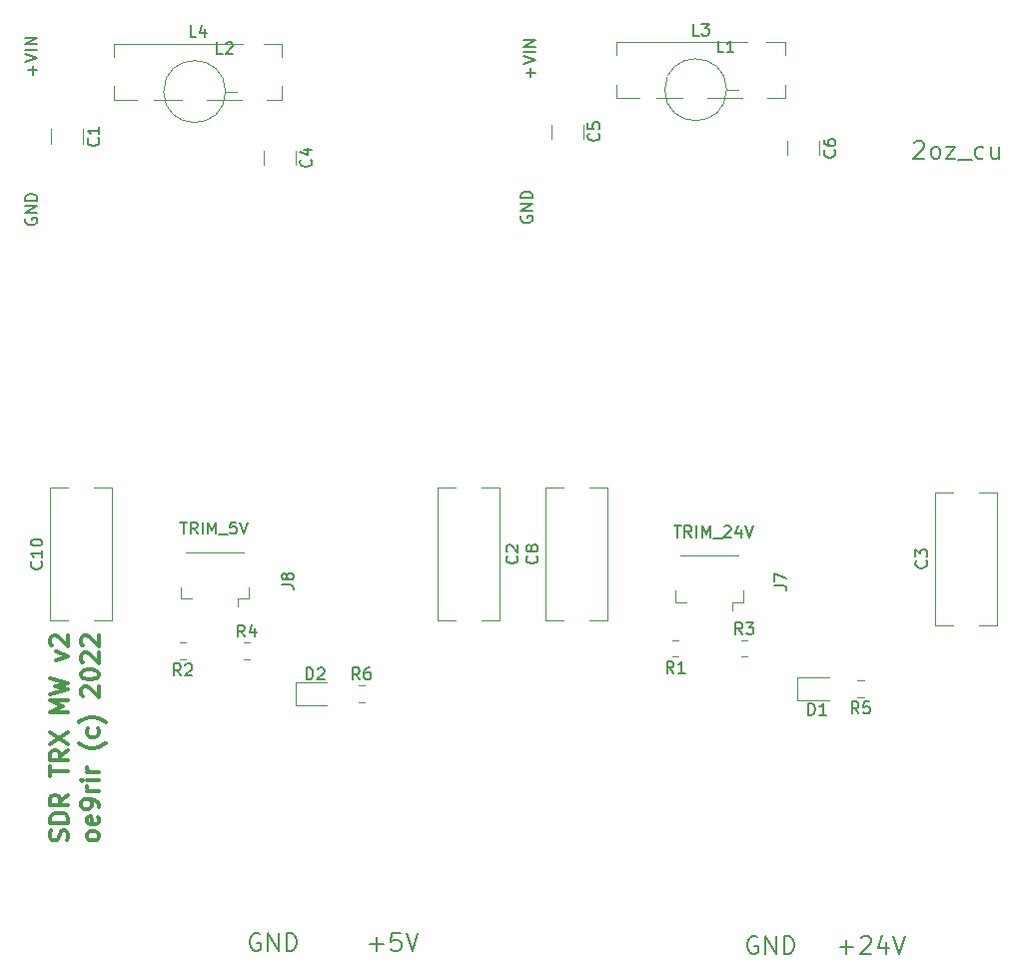
<source format=gto>
G04 #@! TF.GenerationSoftware,KiCad,Pcbnew,5.1.6+dfsg1-1~bpo9+1*
G04 #@! TF.CreationDate,2022-05-29T17:42:38+02:00*
G04 #@! TF.ProjectId,sdrtrx-meanwell,73647274-7278-42d6-9d65-616e77656c6c,1*
G04 #@! TF.SameCoordinates,Original*
G04 #@! TF.FileFunction,Legend,Top*
G04 #@! TF.FilePolarity,Positive*
%FSLAX46Y46*%
G04 Gerber Fmt 4.6, Leading zero omitted, Abs format (unit mm)*
G04 Created by KiCad (PCBNEW 5.1.6+dfsg1-1~bpo9+1) date 2022-05-29 17:42:38*
%MOMM*%
%LPD*%
G01*
G04 APERTURE LIST*
%ADD10C,0.150000*%
%ADD11C,0.300000*%
%ADD12C,0.120000*%
%ADD13C,2.100000*%
%ADD14O,2.100000X2.100000*%
%ADD15O,2.500000X2.500000*%
%ADD16C,2.500000*%
%ADD17C,5.180000*%
%ADD18O,2.600000X6.100001*%
%ADD19R,2.600000X6.100000*%
%ADD20O,2.600000X6.100000*%
%ADD21C,6.500000*%
G04 APERTURE END LIST*
D10*
X43271428Y75028571D02*
X43271428Y75790476D01*
X43652380Y75409523D02*
X42890476Y75409523D01*
X42652380Y76123809D02*
X43652380Y76457142D01*
X42652380Y76790476D01*
X43652380Y77123809D02*
X42652380Y77123809D01*
X43652380Y77600000D02*
X42652380Y77600000D01*
X43652380Y78171428D01*
X42652380Y78171428D01*
X42500000Y63238095D02*
X42452380Y63142857D01*
X42452380Y63000000D01*
X42500000Y62857142D01*
X42595238Y62761904D01*
X42690476Y62714285D01*
X42880952Y62666666D01*
X43023809Y62666666D01*
X43214285Y62714285D01*
X43309523Y62761904D01*
X43404761Y62857142D01*
X43452380Y63000000D01*
X43452380Y63095238D01*
X43404761Y63238095D01*
X43357142Y63285714D01*
X43023809Y63285714D01*
X43023809Y63095238D01*
X43452380Y63714285D02*
X42452380Y63714285D01*
X43452380Y64285714D01*
X42452380Y64285714D01*
X43452380Y64761904D02*
X42452380Y64761904D01*
X42452380Y65000000D01*
X42500000Y65142857D01*
X42595238Y65238095D01*
X42690476Y65285714D01*
X42880952Y65333333D01*
X43023809Y65333333D01*
X43214285Y65285714D01*
X43309523Y65238095D01*
X43404761Y65142857D01*
X43452380Y65000000D01*
X43452380Y64761904D01*
X499999Y63038095D02*
X452380Y62942857D01*
X452380Y62800000D01*
X499999Y62657142D01*
X595238Y62561904D01*
X690476Y62514285D01*
X880952Y62466666D01*
X1023809Y62466666D01*
X1214285Y62514285D01*
X1309523Y62561904D01*
X1404761Y62657142D01*
X1452380Y62800000D01*
X1452380Y62895238D01*
X1404761Y63038095D01*
X1357142Y63085714D01*
X1023809Y63085714D01*
X1023809Y62895238D01*
X1452380Y63514285D02*
X452380Y63514285D01*
X1452380Y64085714D01*
X452380Y64085714D01*
X1452380Y64561904D02*
X452380Y64561904D01*
X452380Y64800000D01*
X500000Y64942857D01*
X595238Y65038095D01*
X690476Y65085714D01*
X880952Y65133333D01*
X1023809Y65133333D01*
X1214285Y65085714D01*
X1309523Y65038095D01*
X1404761Y64942857D01*
X1452380Y64800000D01*
X1452380Y64561904D01*
X1071428Y75228571D02*
X1071428Y75990476D01*
X1452380Y75609523D02*
X690476Y75609523D01*
X452380Y76323809D02*
X1452380Y76657142D01*
X452380Y76990476D01*
X1452380Y77323809D02*
X452380Y77323809D01*
X1452380Y77800000D02*
X452380Y77800000D01*
X1452380Y78371428D01*
X452380Y78371428D01*
X75792857Y69478571D02*
X75864285Y69550000D01*
X76007142Y69621428D01*
X76364285Y69621428D01*
X76507142Y69550000D01*
X76578571Y69478571D01*
X76650000Y69335714D01*
X76650000Y69192857D01*
X76578571Y68978571D01*
X75721428Y68121428D01*
X76650000Y68121428D01*
X77507142Y68121428D02*
X77364285Y68192857D01*
X77292857Y68264285D01*
X77221428Y68407142D01*
X77221428Y68835714D01*
X77292857Y68978571D01*
X77364285Y69050000D01*
X77507142Y69121428D01*
X77721428Y69121428D01*
X77864285Y69050000D01*
X77935714Y68978571D01*
X78007142Y68835714D01*
X78007142Y68407142D01*
X77935714Y68264285D01*
X77864285Y68192857D01*
X77721428Y68121428D01*
X77507142Y68121428D01*
X78507142Y69121428D02*
X79292857Y69121428D01*
X78507142Y68121428D01*
X79292857Y68121428D01*
X79507142Y67978571D02*
X80650000Y67978571D01*
X81650000Y68192857D02*
X81507142Y68121428D01*
X81221428Y68121428D01*
X81078571Y68192857D01*
X81007142Y68264285D01*
X80935714Y68407142D01*
X80935714Y68835714D01*
X81007142Y68978571D01*
X81078571Y69050000D01*
X81221428Y69121428D01*
X81507142Y69121428D01*
X81650000Y69050000D01*
X82935714Y69121428D02*
X82935714Y68121428D01*
X82292857Y69121428D02*
X82292857Y68335714D01*
X82364285Y68192857D01*
X82507142Y68121428D01*
X82721428Y68121428D01*
X82864285Y68192857D01*
X82935714Y68264285D01*
X55443857Y36996619D02*
X56015285Y36996619D01*
X55729571Y35996619D02*
X55729571Y36996619D01*
X56920047Y35996619D02*
X56586714Y36472809D01*
X56348619Y35996619D02*
X56348619Y36996619D01*
X56729571Y36996619D01*
X56824809Y36949000D01*
X56872428Y36901380D01*
X56920047Y36806142D01*
X56920047Y36663285D01*
X56872428Y36568047D01*
X56824809Y36520428D01*
X56729571Y36472809D01*
X56348619Y36472809D01*
X57348619Y35996619D02*
X57348619Y36996619D01*
X57824809Y35996619D02*
X57824809Y36996619D01*
X58158142Y36282333D01*
X58491476Y36996619D01*
X58491476Y35996619D01*
X58729571Y35901380D02*
X59491476Y35901380D01*
X59681952Y36901380D02*
X59729571Y36949000D01*
X59824809Y36996619D01*
X60062904Y36996619D01*
X60158142Y36949000D01*
X60205761Y36901380D01*
X60253380Y36806142D01*
X60253380Y36710904D01*
X60205761Y36568047D01*
X59634333Y35996619D01*
X60253380Y35996619D01*
X61110523Y36663285D02*
X61110523Y35996619D01*
X60872428Y37044238D02*
X60634333Y36329952D01*
X61253380Y36329952D01*
X61491476Y36996619D02*
X61824809Y35996619D01*
X62158142Y36996619D01*
X13565547Y37314119D02*
X14136976Y37314119D01*
X13851261Y36314119D02*
X13851261Y37314119D01*
X15041738Y36314119D02*
X14708404Y36790309D01*
X14470309Y36314119D02*
X14470309Y37314119D01*
X14851261Y37314119D01*
X14946500Y37266500D01*
X14994119Y37218880D01*
X15041738Y37123642D01*
X15041738Y36980785D01*
X14994119Y36885547D01*
X14946500Y36837928D01*
X14851261Y36790309D01*
X14470309Y36790309D01*
X15470309Y36314119D02*
X15470309Y37314119D01*
X15946500Y36314119D02*
X15946500Y37314119D01*
X16279833Y36599833D01*
X16613166Y37314119D01*
X16613166Y36314119D01*
X16851261Y36218880D02*
X17613166Y36218880D01*
X18327452Y37314119D02*
X17851261Y37314119D01*
X17803642Y36837928D01*
X17851261Y36885547D01*
X17946500Y36933166D01*
X18184595Y36933166D01*
X18279833Y36885547D01*
X18327452Y36837928D01*
X18375071Y36742690D01*
X18375071Y36504595D01*
X18327452Y36409357D01*
X18279833Y36361738D01*
X18184595Y36314119D01*
X17946500Y36314119D01*
X17851261Y36361738D01*
X17803642Y36409357D01*
X18660785Y37314119D02*
X18994119Y36314119D01*
X19327452Y37314119D01*
X69493142Y1289857D02*
X70636000Y1289857D01*
X70064571Y718428D02*
X70064571Y1861285D01*
X71278857Y2075571D02*
X71350285Y2147000D01*
X71493142Y2218428D01*
X71850285Y2218428D01*
X71993142Y2147000D01*
X72064571Y2075571D01*
X72136000Y1932714D01*
X72136000Y1789857D01*
X72064571Y1575571D01*
X71207428Y718428D01*
X72136000Y718428D01*
X73421714Y1718428D02*
X73421714Y718428D01*
X73064571Y2289857D02*
X72707428Y1218428D01*
X73636000Y1218428D01*
X73993142Y2218428D02*
X74493142Y718428D01*
X74993142Y2218428D01*
X62484142Y2147000D02*
X62341285Y2218428D01*
X62127000Y2218428D01*
X61912714Y2147000D01*
X61769857Y2004142D01*
X61698428Y1861285D01*
X61627000Y1575571D01*
X61627000Y1361285D01*
X61698428Y1075571D01*
X61769857Y932714D01*
X61912714Y789857D01*
X62127000Y718428D01*
X62269857Y718428D01*
X62484142Y789857D01*
X62555571Y861285D01*
X62555571Y1361285D01*
X62269857Y1361285D01*
X63198428Y718428D02*
X63198428Y2218428D01*
X64055571Y718428D01*
X64055571Y2218428D01*
X64769857Y718428D02*
X64769857Y2218428D01*
X65127000Y2218428D01*
X65341285Y2147000D01*
X65484142Y2004142D01*
X65555571Y1861285D01*
X65627000Y1575571D01*
X65627000Y1361285D01*
X65555571Y1075571D01*
X65484142Y932714D01*
X65341285Y789857D01*
X65127000Y718428D01*
X64769857Y718428D01*
X20320142Y2401000D02*
X20177285Y2472428D01*
X19963000Y2472428D01*
X19748714Y2401000D01*
X19605857Y2258142D01*
X19534428Y2115285D01*
X19463000Y1829571D01*
X19463000Y1615285D01*
X19534428Y1329571D01*
X19605857Y1186714D01*
X19748714Y1043857D01*
X19963000Y972428D01*
X20105857Y972428D01*
X20320142Y1043857D01*
X20391571Y1115285D01*
X20391571Y1615285D01*
X20105857Y1615285D01*
X21034428Y972428D02*
X21034428Y2472428D01*
X21891571Y972428D01*
X21891571Y2472428D01*
X22605857Y972428D02*
X22605857Y2472428D01*
X22963000Y2472428D01*
X23177285Y2401000D01*
X23320142Y2258142D01*
X23391571Y2115285D01*
X23463000Y1829571D01*
X23463000Y1615285D01*
X23391571Y1329571D01*
X23320142Y1186714D01*
X23177285Y1043857D01*
X22963000Y972428D01*
X22605857Y972428D01*
X29671428Y1543857D02*
X30814285Y1543857D01*
X30242857Y972428D02*
X30242857Y2115285D01*
X32242857Y2472428D02*
X31528571Y2472428D01*
X31457142Y1758142D01*
X31528571Y1829571D01*
X31671428Y1901000D01*
X32028571Y1901000D01*
X32171428Y1829571D01*
X32242857Y1758142D01*
X32314285Y1615285D01*
X32314285Y1258142D01*
X32242857Y1115285D01*
X32171428Y1043857D01*
X32028571Y972428D01*
X31671428Y972428D01*
X31528571Y1043857D01*
X31457142Y1115285D01*
X32742857Y2472428D02*
X33242857Y972428D01*
X33742857Y2472428D01*
D11*
X4007142Y10321428D02*
X4078571Y10535714D01*
X4078571Y10892857D01*
X4007142Y11035714D01*
X3935714Y11107142D01*
X3792857Y11178571D01*
X3649999Y11178571D01*
X3507142Y11107142D01*
X3435714Y11035714D01*
X3364285Y10892857D01*
X3292857Y10607142D01*
X3221428Y10464285D01*
X3149999Y10392857D01*
X3007142Y10321428D01*
X2864285Y10321428D01*
X2721428Y10392857D01*
X2649999Y10464285D01*
X2578571Y10607142D01*
X2578571Y10964285D01*
X2649999Y11178571D01*
X4078571Y11821428D02*
X2578571Y11821428D01*
X2578571Y12178571D01*
X2649999Y12392857D01*
X2792857Y12535714D01*
X2935714Y12607142D01*
X3221428Y12678571D01*
X3435714Y12678571D01*
X3721428Y12607142D01*
X3864285Y12535714D01*
X4007142Y12392857D01*
X4078571Y12178571D01*
X4078571Y11821428D01*
X4078571Y14178571D02*
X3364285Y13678571D01*
X4078571Y13321428D02*
X2578571Y13321428D01*
X2578571Y13892857D01*
X2649999Y14035714D01*
X2721428Y14107142D01*
X2864285Y14178571D01*
X3078571Y14178571D01*
X3221428Y14107142D01*
X3292857Y14035714D01*
X3364285Y13892857D01*
X3364285Y13321428D01*
X2578571Y15750000D02*
X2578571Y16607142D01*
X4078571Y16178571D02*
X2578571Y16178571D01*
X4078571Y17964285D02*
X3364285Y17464285D01*
X4078571Y17107142D02*
X2578571Y17107142D01*
X2578571Y17678571D01*
X2650000Y17821428D01*
X2721428Y17892857D01*
X2864285Y17964285D01*
X3078571Y17964285D01*
X3221428Y17892857D01*
X3292857Y17821428D01*
X3364285Y17678571D01*
X3364285Y17107142D01*
X2578571Y18464285D02*
X4078571Y19464285D01*
X2578571Y19464285D02*
X4078571Y18464285D01*
X4078571Y21178571D02*
X2578571Y21178571D01*
X3650000Y21678571D01*
X2578571Y22178571D01*
X4078571Y22178571D01*
X2578571Y22750000D02*
X4078571Y23107142D01*
X3007142Y23392857D01*
X4078571Y23678571D01*
X2578571Y24035714D01*
X3078571Y25607142D02*
X4078571Y25964285D01*
X3078571Y26321428D01*
X2721428Y26821428D02*
X2650000Y26892857D01*
X2578571Y27035714D01*
X2578571Y27392857D01*
X2650000Y27535714D01*
X2721428Y27607142D01*
X2864285Y27678571D01*
X3007142Y27678571D01*
X3221428Y27607142D01*
X4078571Y26749999D01*
X4078571Y27678571D01*
X6678571Y10607142D02*
X6607142Y10464285D01*
X6535714Y10392857D01*
X6392857Y10321428D01*
X5964285Y10321428D01*
X5821428Y10392857D01*
X5749999Y10464285D01*
X5678571Y10607142D01*
X5678571Y10821428D01*
X5749999Y10964285D01*
X5821428Y11035714D01*
X5964285Y11107142D01*
X6392857Y11107142D01*
X6535714Y11035714D01*
X6607142Y10964285D01*
X6678571Y10821428D01*
X6678571Y10607142D01*
X6607142Y12321428D02*
X6678571Y12178571D01*
X6678571Y11892857D01*
X6607142Y11750000D01*
X6464285Y11678571D01*
X5892857Y11678571D01*
X5750000Y11750000D01*
X5678571Y11892857D01*
X5678571Y12178571D01*
X5750000Y12321428D01*
X5892857Y12392857D01*
X6035714Y12392857D01*
X6178571Y11678571D01*
X6678571Y13107142D02*
X6678571Y13392857D01*
X6607142Y13535714D01*
X6535714Y13607142D01*
X6321428Y13750000D01*
X6035714Y13821428D01*
X5464285Y13821428D01*
X5321428Y13750000D01*
X5250000Y13678571D01*
X5178571Y13535714D01*
X5178571Y13250000D01*
X5250000Y13107142D01*
X5321428Y13035714D01*
X5464285Y12964285D01*
X5821428Y12964285D01*
X5964285Y13035714D01*
X6035714Y13107142D01*
X6107142Y13250000D01*
X6107142Y13535714D01*
X6035714Y13678571D01*
X5964285Y13750000D01*
X5821428Y13821428D01*
X6678571Y14464285D02*
X5678571Y14464285D01*
X5964285Y14464285D02*
X5821428Y14535714D01*
X5750000Y14607142D01*
X5678571Y14750000D01*
X5678571Y14892857D01*
X6678571Y15392857D02*
X5678571Y15392857D01*
X5178571Y15392857D02*
X5250000Y15321428D01*
X5321428Y15392857D01*
X5250000Y15464285D01*
X5178571Y15392857D01*
X5321428Y15392857D01*
X6678571Y16107142D02*
X5678571Y16107142D01*
X5964285Y16107142D02*
X5821428Y16178571D01*
X5750000Y16250000D01*
X5678571Y16392857D01*
X5678571Y16535714D01*
X7250000Y18607142D02*
X7178571Y18535714D01*
X6964285Y18392857D01*
X6821428Y18321428D01*
X6607142Y18250000D01*
X6250000Y18178571D01*
X5964285Y18178571D01*
X5607142Y18250000D01*
X5392857Y18321428D01*
X5250000Y18392857D01*
X5035714Y18535714D01*
X4964285Y18607142D01*
X6607142Y19821428D02*
X6678571Y19678571D01*
X6678571Y19392857D01*
X6607142Y19250000D01*
X6535714Y19178571D01*
X6392857Y19107142D01*
X5964285Y19107142D01*
X5821428Y19178571D01*
X5750000Y19250000D01*
X5678571Y19392857D01*
X5678571Y19678571D01*
X5750000Y19821428D01*
X7250000Y20321428D02*
X7178571Y20392857D01*
X6964285Y20535714D01*
X6821428Y20607142D01*
X6607142Y20678571D01*
X6250000Y20750000D01*
X5964285Y20750000D01*
X5607142Y20678571D01*
X5392857Y20607142D01*
X5250000Y20535714D01*
X5035714Y20392857D01*
X4964285Y20321428D01*
X5321428Y22535714D02*
X5250000Y22607142D01*
X5178571Y22750000D01*
X5178571Y23107142D01*
X5250000Y23250000D01*
X5321428Y23321428D01*
X5464285Y23392857D01*
X5607142Y23392857D01*
X5821428Y23321428D01*
X6678571Y22464285D01*
X6678571Y23392857D01*
X5178571Y24321428D02*
X5178571Y24464285D01*
X5250000Y24607142D01*
X5321428Y24678571D01*
X5464285Y24750000D01*
X5750000Y24821428D01*
X6107142Y24821428D01*
X6392857Y24750000D01*
X6535714Y24678571D01*
X6607142Y24607142D01*
X6678571Y24464285D01*
X6678571Y24321428D01*
X6607142Y24178571D01*
X6535714Y24107142D01*
X6392857Y24035714D01*
X6107142Y23964285D01*
X5750000Y23964285D01*
X5464285Y24035714D01*
X5321428Y24107142D01*
X5250000Y24178571D01*
X5178571Y24321428D01*
X5321428Y25392857D02*
X5250000Y25464285D01*
X5178571Y25607142D01*
X5178571Y25964285D01*
X5250000Y26107142D01*
X5321428Y26178571D01*
X5464285Y26250000D01*
X5607142Y26250000D01*
X5821428Y26178571D01*
X6678571Y25321428D01*
X6678571Y26250000D01*
X5321428Y26821428D02*
X5250000Y26892857D01*
X5178571Y27035714D01*
X5178571Y27392857D01*
X5250000Y27535714D01*
X5321428Y27607142D01*
X5464285Y27678571D01*
X5607142Y27678571D01*
X5821428Y27607142D01*
X6678571Y26750000D01*
X6678571Y27678571D01*
D12*
X2580000Y28980000D02*
X2580000Y40220000D01*
X7820000Y28980000D02*
X7820000Y40220000D01*
X2580000Y28980000D02*
X4099000Y28980000D01*
X6301000Y28980000D02*
X7820000Y28980000D01*
X2580000Y40220000D02*
X4099000Y40220000D01*
X6301000Y40220000D02*
X7820000Y40220000D01*
X44580000Y28980000D02*
X44580000Y40220000D01*
X49820000Y28980000D02*
X49820000Y40220000D01*
X44580000Y28980000D02*
X46099000Y28980000D01*
X48301000Y28980000D02*
X49820000Y28980000D01*
X44580000Y40220000D02*
X46099000Y40220000D01*
X48301000Y40220000D02*
X49820000Y40220000D01*
X77580000Y28580000D02*
X77580000Y39820000D01*
X82820000Y28580000D02*
X82820000Y39820000D01*
X77580000Y28580000D02*
X79099000Y28580000D01*
X81301000Y28580000D02*
X82820000Y28580000D01*
X77580000Y39820000D02*
X79099000Y39820000D01*
X81301000Y39820000D02*
X82820000Y39820000D01*
X40620000Y40220000D02*
X40620000Y28980000D01*
X35380000Y40220000D02*
X35380000Y28980000D01*
X40620000Y40220000D02*
X39101000Y40220000D01*
X36899000Y40220000D02*
X35380000Y40220000D01*
X40620000Y28980000D02*
X39101000Y28980000D01*
X36899000Y28980000D02*
X35380000Y28980000D01*
X18963748Y27110000D02*
X19486252Y27110000D01*
X18963748Y25690000D02*
X19486252Y25690000D01*
X61138748Y27310000D02*
X61661252Y27310000D01*
X61138748Y25890000D02*
X61661252Y25890000D01*
X14061252Y25690000D02*
X13538748Y25690000D01*
X14061252Y27110000D02*
X13538748Y27110000D01*
X55836252Y25890000D02*
X55313748Y25890000D01*
X55836252Y27310000D02*
X55313748Y27310000D01*
X7975000Y76741000D02*
X7975000Y77871000D01*
X7975000Y77871000D02*
X22215000Y77871000D01*
X22215000Y77871000D02*
X22215000Y76741000D01*
X7975000Y74261000D02*
X7975000Y73131000D01*
X7975000Y73131000D02*
X22215000Y73131000D01*
X22215000Y73131000D02*
X22215000Y74261000D01*
X50586300Y76871001D02*
X50586300Y78001001D01*
X50586300Y78001001D02*
X64826300Y78001001D01*
X64826300Y78001001D02*
X64826300Y76871001D01*
X50586300Y74391001D02*
X50586300Y73261001D01*
X50586300Y73261001D02*
X64826300Y73261001D01*
X64826300Y73261001D02*
X64826300Y74391001D01*
X17420000Y73800000D02*
G75*
G03*
X17420000Y73800000I-2620000J0D01*
G01*
X17420000Y73800000D02*
X18380000Y73800000D01*
X59888000Y73955600D02*
G75*
G03*
X59888000Y73955600I-2620000J0D01*
G01*
X59888000Y73955600D02*
X60848000Y73955600D01*
X67760000Y69602064D02*
X67760000Y68397936D01*
X65040000Y69602064D02*
X65040000Y68397936D01*
X23360000Y68802064D02*
X23360000Y67597936D01*
X20640000Y68802064D02*
X20640000Y67597936D01*
X45040000Y71002064D02*
X45040000Y69797936D01*
X47760000Y71002064D02*
X47760000Y69797936D01*
X2640000Y70602064D02*
X2640000Y69397936D01*
X5360000Y70602064D02*
X5360000Y69397936D01*
X61280000Y31490000D02*
X61280000Y30540000D01*
X61280000Y30540000D02*
X60330000Y30540000D01*
X60330000Y30540000D02*
X60330000Y29850000D01*
X55560000Y31490000D02*
X55560000Y30540000D01*
X55560000Y30540000D02*
X56510000Y30540000D01*
X60910000Y34460000D02*
X55930000Y34460000D01*
X29214578Y22054000D02*
X28697422Y22054000D01*
X29214578Y23474000D02*
X28697422Y23474000D01*
X71505578Y22473000D02*
X70988422Y22473000D01*
X71505578Y23893000D02*
X70988422Y23893000D01*
X26019000Y23724000D02*
X23334000Y23724000D01*
X23334000Y23724000D02*
X23334000Y21804000D01*
X23334000Y21804000D02*
X26019000Y21804000D01*
X68564000Y24143000D02*
X65879000Y24143000D01*
X65879000Y24143000D02*
X65879000Y22223000D01*
X65879000Y22223000D02*
X68564000Y22223000D01*
X19370000Y31807500D02*
X19370000Y30857500D01*
X19370000Y30857500D02*
X18420000Y30857500D01*
X18420000Y30857500D02*
X18420000Y30167500D01*
X13650000Y31807500D02*
X13650000Y30857500D01*
X13650000Y30857500D02*
X14600000Y30857500D01*
X19000000Y34777500D02*
X14020000Y34777500D01*
D10*
X1807142Y33957142D02*
X1854761Y33909523D01*
X1902380Y33766666D01*
X1902380Y33671428D01*
X1854761Y33528571D01*
X1759523Y33433333D01*
X1664285Y33385714D01*
X1473809Y33338095D01*
X1330952Y33338095D01*
X1140476Y33385714D01*
X1045238Y33433333D01*
X950000Y33528571D01*
X902380Y33671428D01*
X902380Y33766666D01*
X950000Y33909523D01*
X997619Y33957142D01*
X1902380Y34909523D02*
X1902380Y34338095D01*
X1902380Y34623809D02*
X902380Y34623809D01*
X1045238Y34528571D01*
X1140476Y34433333D01*
X1188095Y34338095D01*
X902380Y35528571D02*
X902380Y35623809D01*
X950000Y35719047D01*
X997619Y35766666D01*
X1092857Y35814285D01*
X1283333Y35861904D01*
X1521428Y35861904D01*
X1711904Y35814285D01*
X1807142Y35766666D01*
X1854761Y35719047D01*
X1902380Y35623809D01*
X1902380Y35528571D01*
X1854761Y35433333D01*
X1807142Y35385714D01*
X1711904Y35338095D01*
X1521428Y35290476D01*
X1283333Y35290476D01*
X1092857Y35338095D01*
X997619Y35385714D01*
X950000Y35433333D01*
X902380Y35528571D01*
X43807142Y34433333D02*
X43854761Y34385714D01*
X43902380Y34242857D01*
X43902380Y34147619D01*
X43854761Y34004761D01*
X43759523Y33909523D01*
X43664285Y33861904D01*
X43473809Y33814285D01*
X43330952Y33814285D01*
X43140476Y33861904D01*
X43045238Y33909523D01*
X42950000Y34004761D01*
X42902380Y34147619D01*
X42902380Y34242857D01*
X42950000Y34385714D01*
X42997619Y34433333D01*
X43330952Y35004761D02*
X43283333Y34909523D01*
X43235714Y34861904D01*
X43140476Y34814285D01*
X43092857Y34814285D01*
X42997619Y34861904D01*
X42950000Y34909523D01*
X42902380Y35004761D01*
X42902380Y35195238D01*
X42950000Y35290476D01*
X42997619Y35338095D01*
X43092857Y35385714D01*
X43140476Y35385714D01*
X43235714Y35338095D01*
X43283333Y35290476D01*
X43330952Y35195238D01*
X43330952Y35004761D01*
X43378571Y34909523D01*
X43426190Y34861904D01*
X43521428Y34814285D01*
X43711904Y34814285D01*
X43807142Y34861904D01*
X43854761Y34909523D01*
X43902380Y35004761D01*
X43902380Y35195238D01*
X43854761Y35290476D01*
X43807142Y35338095D01*
X43711904Y35385714D01*
X43521428Y35385714D01*
X43426190Y35338095D01*
X43378571Y35290476D01*
X43330952Y35195238D01*
X76807142Y34033333D02*
X76854761Y33985714D01*
X76902380Y33842857D01*
X76902380Y33747619D01*
X76854761Y33604761D01*
X76759523Y33509523D01*
X76664285Y33461904D01*
X76473809Y33414285D01*
X76330952Y33414285D01*
X76140476Y33461904D01*
X76045238Y33509523D01*
X75950000Y33604761D01*
X75902380Y33747619D01*
X75902380Y33842857D01*
X75950000Y33985714D01*
X75997619Y34033333D01*
X75902380Y34366666D02*
X75902380Y34985714D01*
X76283333Y34652380D01*
X76283333Y34795238D01*
X76330952Y34890476D01*
X76378571Y34938095D01*
X76473809Y34985714D01*
X76711904Y34985714D01*
X76807142Y34938095D01*
X76854761Y34890476D01*
X76902380Y34795238D01*
X76902380Y34509523D01*
X76854761Y34414285D01*
X76807142Y34366666D01*
X42107142Y34433333D02*
X42154761Y34385714D01*
X42202380Y34242857D01*
X42202380Y34147619D01*
X42154761Y34004761D01*
X42059523Y33909523D01*
X41964285Y33861904D01*
X41773809Y33814285D01*
X41630952Y33814285D01*
X41440476Y33861904D01*
X41345238Y33909523D01*
X41250000Y34004761D01*
X41202380Y34147619D01*
X41202380Y34242857D01*
X41250000Y34385714D01*
X41297619Y34433333D01*
X41297619Y34814285D02*
X41250000Y34861904D01*
X41202380Y34957142D01*
X41202380Y35195238D01*
X41250000Y35290476D01*
X41297619Y35338095D01*
X41392857Y35385714D01*
X41488095Y35385714D01*
X41630952Y35338095D01*
X42202380Y34766666D01*
X42202380Y35385714D01*
X19058333Y27597619D02*
X18725000Y28073809D01*
X18486904Y27597619D02*
X18486904Y28597619D01*
X18867857Y28597619D01*
X18963095Y28550000D01*
X19010714Y28502380D01*
X19058333Y28407142D01*
X19058333Y28264285D01*
X19010714Y28169047D01*
X18963095Y28121428D01*
X18867857Y28073809D01*
X18486904Y28073809D01*
X19915476Y28264285D02*
X19915476Y27597619D01*
X19677380Y28645238D02*
X19439285Y27930952D01*
X20058333Y27930952D01*
X61233333Y27797619D02*
X60900000Y28273809D01*
X60661904Y27797619D02*
X60661904Y28797619D01*
X61042857Y28797619D01*
X61138095Y28750000D01*
X61185714Y28702380D01*
X61233333Y28607142D01*
X61233333Y28464285D01*
X61185714Y28369047D01*
X61138095Y28321428D01*
X61042857Y28273809D01*
X60661904Y28273809D01*
X61566666Y28797619D02*
X62185714Y28797619D01*
X61852380Y28416666D01*
X61995238Y28416666D01*
X62090476Y28369047D01*
X62138095Y28321428D01*
X62185714Y28226190D01*
X62185714Y27988095D01*
X62138095Y27892857D01*
X62090476Y27845238D01*
X61995238Y27797619D01*
X61709523Y27797619D01*
X61614285Y27845238D01*
X61566666Y27892857D01*
X13633333Y24297619D02*
X13300000Y24773809D01*
X13061904Y24297619D02*
X13061904Y25297619D01*
X13442857Y25297619D01*
X13538095Y25250000D01*
X13585714Y25202380D01*
X13633333Y25107142D01*
X13633333Y24964285D01*
X13585714Y24869047D01*
X13538095Y24821428D01*
X13442857Y24773809D01*
X13061904Y24773809D01*
X14014285Y25202380D02*
X14061904Y25250000D01*
X14157142Y25297619D01*
X14395238Y25297619D01*
X14490476Y25250000D01*
X14538095Y25202380D01*
X14585714Y25107142D01*
X14585714Y25011904D01*
X14538095Y24869047D01*
X13966666Y24297619D01*
X14585714Y24297619D01*
X55408333Y24497619D02*
X55075000Y24973809D01*
X54836904Y24497619D02*
X54836904Y25497619D01*
X55217857Y25497619D01*
X55313095Y25450000D01*
X55360714Y25402380D01*
X55408333Y25307142D01*
X55408333Y25164285D01*
X55360714Y25069047D01*
X55313095Y25021428D01*
X55217857Y24973809D01*
X54836904Y24973809D01*
X56360714Y24497619D02*
X55789285Y24497619D01*
X56075000Y24497619D02*
X56075000Y25497619D01*
X55979761Y25354761D01*
X55884523Y25259523D01*
X55789285Y25211904D01*
X14928333Y78418619D02*
X14452142Y78418619D01*
X14452142Y79418619D01*
X15690238Y79085285D02*
X15690238Y78418619D01*
X15452142Y79466238D02*
X15214047Y78751952D01*
X15833095Y78751952D01*
X57539633Y78548620D02*
X57063442Y78548620D01*
X57063442Y79548620D01*
X57777728Y79548620D02*
X58396776Y79548620D01*
X58063442Y79167667D01*
X58206300Y79167667D01*
X58301538Y79120048D01*
X58349157Y79072429D01*
X58396776Y78977191D01*
X58396776Y78739096D01*
X58349157Y78643858D01*
X58301538Y78596239D01*
X58206300Y78548620D01*
X57920585Y78548620D01*
X57825347Y78596239D01*
X57777728Y78643858D01*
X17173333Y76967619D02*
X16697142Y76967619D01*
X16697142Y77967619D01*
X17459047Y77872380D02*
X17506666Y77920000D01*
X17601904Y77967619D01*
X17840000Y77967619D01*
X17935238Y77920000D01*
X17982857Y77872380D01*
X18030476Y77777142D01*
X18030476Y77681904D01*
X17982857Y77539047D01*
X17411428Y76967619D01*
X18030476Y76967619D01*
X59641333Y77123219D02*
X59165142Y77123219D01*
X59165142Y78123219D01*
X60498476Y77123219D02*
X59927047Y77123219D01*
X60212761Y77123219D02*
X60212761Y78123219D01*
X60117523Y77980361D01*
X60022285Y77885123D01*
X59927047Y77837504D01*
X69037142Y68833333D02*
X69084761Y68785714D01*
X69132380Y68642857D01*
X69132380Y68547619D01*
X69084761Y68404761D01*
X68989523Y68309523D01*
X68894285Y68261904D01*
X68703809Y68214285D01*
X68560952Y68214285D01*
X68370476Y68261904D01*
X68275238Y68309523D01*
X68180000Y68404761D01*
X68132380Y68547619D01*
X68132380Y68642857D01*
X68180000Y68785714D01*
X68227619Y68833333D01*
X68132380Y69690476D02*
X68132380Y69500000D01*
X68180000Y69404761D01*
X68227619Y69357142D01*
X68370476Y69261904D01*
X68560952Y69214285D01*
X68941904Y69214285D01*
X69037142Y69261904D01*
X69084761Y69309523D01*
X69132380Y69404761D01*
X69132380Y69595238D01*
X69084761Y69690476D01*
X69037142Y69738095D01*
X68941904Y69785714D01*
X68703809Y69785714D01*
X68608571Y69738095D01*
X68560952Y69690476D01*
X68513333Y69595238D01*
X68513333Y69404761D01*
X68560952Y69309523D01*
X68608571Y69261904D01*
X68703809Y69214285D01*
X24637142Y68033333D02*
X24684761Y67985714D01*
X24732380Y67842857D01*
X24732380Y67747619D01*
X24684761Y67604761D01*
X24589523Y67509523D01*
X24494285Y67461904D01*
X24303809Y67414285D01*
X24160952Y67414285D01*
X23970476Y67461904D01*
X23875238Y67509523D01*
X23780000Y67604761D01*
X23732380Y67747619D01*
X23732380Y67842857D01*
X23780000Y67985714D01*
X23827619Y68033333D01*
X24065714Y68890476D02*
X24732380Y68890476D01*
X23684761Y68652380D02*
X24399047Y68414285D01*
X24399047Y69033333D01*
X49037142Y70233333D02*
X49084761Y70185714D01*
X49132380Y70042857D01*
X49132380Y69947619D01*
X49084761Y69804761D01*
X48989523Y69709523D01*
X48894285Y69661904D01*
X48703809Y69614285D01*
X48560952Y69614285D01*
X48370476Y69661904D01*
X48275238Y69709523D01*
X48180000Y69804761D01*
X48132380Y69947619D01*
X48132380Y70042857D01*
X48180000Y70185714D01*
X48227619Y70233333D01*
X48132380Y71138095D02*
X48132380Y70661904D01*
X48608571Y70614285D01*
X48560952Y70661904D01*
X48513333Y70757142D01*
X48513333Y70995238D01*
X48560952Y71090476D01*
X48608571Y71138095D01*
X48703809Y71185714D01*
X48941904Y71185714D01*
X49037142Y71138095D01*
X49084761Y71090476D01*
X49132380Y70995238D01*
X49132380Y70757142D01*
X49084761Y70661904D01*
X49037142Y70614285D01*
X6637142Y69833333D02*
X6684761Y69785714D01*
X6732380Y69642857D01*
X6732380Y69547619D01*
X6684761Y69404761D01*
X6589523Y69309523D01*
X6494285Y69261904D01*
X6303809Y69214285D01*
X6160952Y69214285D01*
X5970476Y69261904D01*
X5875238Y69309523D01*
X5780000Y69404761D01*
X5732380Y69547619D01*
X5732380Y69642857D01*
X5780000Y69785714D01*
X5827619Y69833333D01*
X6732380Y70785714D02*
X6732380Y70214285D01*
X6732380Y70500000D02*
X5732380Y70500000D01*
X5875238Y70404761D01*
X5970476Y70309523D01*
X6018095Y70214285D01*
X63968380Y31924666D02*
X64682666Y31924666D01*
X64825523Y31877047D01*
X64920761Y31781809D01*
X64968380Y31638952D01*
X64968380Y31543714D01*
X63968380Y32305619D02*
X63968380Y32972285D01*
X64968380Y32543714D01*
X28789333Y23962619D02*
X28456000Y24438809D01*
X28217904Y23962619D02*
X28217904Y24962619D01*
X28598857Y24962619D01*
X28694095Y24915000D01*
X28741714Y24867380D01*
X28789333Y24772142D01*
X28789333Y24629285D01*
X28741714Y24534047D01*
X28694095Y24486428D01*
X28598857Y24438809D01*
X28217904Y24438809D01*
X29646476Y24962619D02*
X29456000Y24962619D01*
X29360761Y24915000D01*
X29313142Y24867380D01*
X29217904Y24724523D01*
X29170285Y24534047D01*
X29170285Y24153095D01*
X29217904Y24057857D01*
X29265523Y24010238D01*
X29360761Y23962619D01*
X29551238Y23962619D01*
X29646476Y24010238D01*
X29694095Y24057857D01*
X29741714Y24153095D01*
X29741714Y24391190D01*
X29694095Y24486428D01*
X29646476Y24534047D01*
X29551238Y24581666D01*
X29360761Y24581666D01*
X29265523Y24534047D01*
X29217904Y24486428D01*
X29170285Y24391190D01*
X71080333Y21080619D02*
X70747000Y21556809D01*
X70508904Y21080619D02*
X70508904Y22080619D01*
X70889857Y22080619D01*
X70985095Y22033000D01*
X71032714Y21985380D01*
X71080333Y21890142D01*
X71080333Y21747285D01*
X71032714Y21652047D01*
X70985095Y21604428D01*
X70889857Y21556809D01*
X70508904Y21556809D01*
X71985095Y22080619D02*
X71508904Y22080619D01*
X71461285Y21604428D01*
X71508904Y21652047D01*
X71604142Y21699666D01*
X71842238Y21699666D01*
X71937476Y21652047D01*
X71985095Y21604428D01*
X72032714Y21509190D01*
X72032714Y21271095D01*
X71985095Y21175857D01*
X71937476Y21128238D01*
X71842238Y21080619D01*
X71604142Y21080619D01*
X71508904Y21128238D01*
X71461285Y21175857D01*
X24280904Y23961619D02*
X24280904Y24961619D01*
X24519000Y24961619D01*
X24661857Y24914000D01*
X24757095Y24818761D01*
X24804714Y24723523D01*
X24852333Y24533047D01*
X24852333Y24390190D01*
X24804714Y24199714D01*
X24757095Y24104476D01*
X24661857Y24009238D01*
X24519000Y23961619D01*
X24280904Y23961619D01*
X25233285Y24866380D02*
X25280904Y24914000D01*
X25376142Y24961619D01*
X25614238Y24961619D01*
X25709476Y24914000D01*
X25757095Y24866380D01*
X25804714Y24771142D01*
X25804714Y24675904D01*
X25757095Y24533047D01*
X25185666Y23961619D01*
X25804714Y23961619D01*
X66825904Y20952619D02*
X66825904Y21952619D01*
X67064000Y21952619D01*
X67206857Y21905000D01*
X67302095Y21809761D01*
X67349714Y21714523D01*
X67397333Y21524047D01*
X67397333Y21381190D01*
X67349714Y21190714D01*
X67302095Y21095476D01*
X67206857Y21000238D01*
X67064000Y20952619D01*
X66825904Y20952619D01*
X68349714Y20952619D02*
X67778285Y20952619D01*
X68064000Y20952619D02*
X68064000Y21952619D01*
X67968761Y21809761D01*
X67873523Y21714523D01*
X67778285Y21666904D01*
X22185380Y31988166D02*
X22899666Y31988166D01*
X23042523Y31940547D01*
X23137761Y31845309D01*
X23185380Y31702452D01*
X23185380Y31607214D01*
X22613952Y32607214D02*
X22566333Y32511976D01*
X22518714Y32464357D01*
X22423476Y32416738D01*
X22375857Y32416738D01*
X22280619Y32464357D01*
X22233000Y32511976D01*
X22185380Y32607214D01*
X22185380Y32797690D01*
X22233000Y32892928D01*
X22280619Y32940547D01*
X22375857Y32988166D01*
X22423476Y32988166D01*
X22518714Y32940547D01*
X22566333Y32892928D01*
X22613952Y32797690D01*
X22613952Y32607214D01*
X22661571Y32511976D01*
X22709190Y32464357D01*
X22804428Y32416738D01*
X22994904Y32416738D01*
X23090142Y32464357D01*
X23137761Y32511976D01*
X23185380Y32607214D01*
X23185380Y32797690D01*
X23137761Y32892928D01*
X23090142Y32940547D01*
X22994904Y32988166D01*
X22804428Y32988166D01*
X22709190Y32940547D01*
X22661571Y32892928D01*
X22613952Y32797690D01*
%LPC*%
D13*
X5200000Y39600000D03*
X5200000Y29600000D03*
X47200000Y39600000D03*
X47200000Y29600000D03*
X80200000Y39200000D03*
X80200000Y29200000D03*
X38000000Y29600000D03*
X38000000Y39600000D03*
G36*
G01*
X19625000Y25921738D02*
X19625000Y26878262D01*
G75*
G02*
X19896738Y27150000I271738J0D01*
G01*
X20603262Y27150000D01*
G75*
G02*
X20875000Y26878262I0J-271738D01*
G01*
X20875000Y25921738D01*
G75*
G02*
X20603262Y25650000I-271738J0D01*
G01*
X19896738Y25650000D01*
G75*
G02*
X19625000Y25921738I0J271738D01*
G01*
G37*
G36*
G01*
X17575000Y25921738D02*
X17575000Y26878262D01*
G75*
G02*
X17846738Y27150000I271738J0D01*
G01*
X18553262Y27150000D01*
G75*
G02*
X18825000Y26878262I0J-271738D01*
G01*
X18825000Y25921738D01*
G75*
G02*
X18553262Y25650000I-271738J0D01*
G01*
X17846738Y25650000D01*
G75*
G02*
X17575000Y25921738I0J271738D01*
G01*
G37*
G36*
G01*
X61800000Y26121738D02*
X61800000Y27078262D01*
G75*
G02*
X62071738Y27350000I271738J0D01*
G01*
X62778262Y27350000D01*
G75*
G02*
X63050000Y27078262I0J-271738D01*
G01*
X63050000Y26121738D01*
G75*
G02*
X62778262Y25850000I-271738J0D01*
G01*
X62071738Y25850000D01*
G75*
G02*
X61800000Y26121738I0J271738D01*
G01*
G37*
G36*
G01*
X59750000Y26121738D02*
X59750000Y27078262D01*
G75*
G02*
X60021738Y27350000I271738J0D01*
G01*
X60728262Y27350000D01*
G75*
G02*
X61000000Y27078262I0J-271738D01*
G01*
X61000000Y26121738D01*
G75*
G02*
X60728262Y25850000I-271738J0D01*
G01*
X60021738Y25850000D01*
G75*
G02*
X59750000Y26121738I0J271738D01*
G01*
G37*
G36*
G01*
X13400000Y26878262D02*
X13400000Y25921738D01*
G75*
G02*
X13128262Y25650000I-271738J0D01*
G01*
X12421738Y25650000D01*
G75*
G02*
X12150000Y25921738I0J271738D01*
G01*
X12150000Y26878262D01*
G75*
G02*
X12421738Y27150000I271738J0D01*
G01*
X13128262Y27150000D01*
G75*
G02*
X13400000Y26878262I0J-271738D01*
G01*
G37*
G36*
G01*
X15450000Y26878262D02*
X15450000Y25921738D01*
G75*
G02*
X15178262Y25650000I-271738J0D01*
G01*
X14471738Y25650000D01*
G75*
G02*
X14200000Y25921738I0J271738D01*
G01*
X14200000Y26878262D01*
G75*
G02*
X14471738Y27150000I271738J0D01*
G01*
X15178262Y27150000D01*
G75*
G02*
X15450000Y26878262I0J-271738D01*
G01*
G37*
G36*
G01*
X55175000Y27078262D02*
X55175000Y26121738D01*
G75*
G02*
X54903262Y25850000I-271738J0D01*
G01*
X54196738Y25850000D01*
G75*
G02*
X53925000Y26121738I0J271738D01*
G01*
X53925000Y27078262D01*
G75*
G02*
X54196738Y27350000I271738J0D01*
G01*
X54903262Y27350000D01*
G75*
G02*
X55175000Y27078262I0J-271738D01*
G01*
G37*
G36*
G01*
X57225000Y27078262D02*
X57225000Y26121738D01*
G75*
G02*
X56953262Y25850000I-271738J0D01*
G01*
X56246738Y25850000D01*
G75*
G02*
X55975000Y26121738I0J271738D01*
G01*
X55975000Y27078262D01*
G75*
G02*
X56246738Y27350000I271738J0D01*
G01*
X56953262Y27350000D01*
G75*
G02*
X57225000Y27078262I0J-271738D01*
G01*
G37*
D14*
X19850000Y77150000D03*
D13*
X10650000Y73850000D03*
D14*
X62461300Y77280001D03*
D13*
X53261300Y73980001D03*
D15*
X19880000Y73800000D03*
D16*
X14800000Y73800000D03*
D15*
X62348000Y73955600D03*
D16*
X57268000Y73955600D03*
G36*
G01*
X65292544Y68275000D02*
X67507456Y68275000D01*
G75*
G02*
X67775000Y68007456I0J-267544D01*
G01*
X67775000Y67017544D01*
G75*
G02*
X67507456Y66750000I-267544J0D01*
G01*
X65292544Y66750000D01*
G75*
G02*
X65025000Y67017544I0J267544D01*
G01*
X65025000Y68007456D01*
G75*
G02*
X65292544Y68275000I267544J0D01*
G01*
G37*
G36*
G01*
X65292544Y71250000D02*
X67507456Y71250000D01*
G75*
G02*
X67775000Y70982456I0J-267544D01*
G01*
X67775000Y69992544D01*
G75*
G02*
X67507456Y69725000I-267544J0D01*
G01*
X65292544Y69725000D01*
G75*
G02*
X65025000Y69992544I0J267544D01*
G01*
X65025000Y70982456D01*
G75*
G02*
X65292544Y71250000I267544J0D01*
G01*
G37*
G36*
G01*
X20892544Y67475000D02*
X23107456Y67475000D01*
G75*
G02*
X23375000Y67207456I0J-267544D01*
G01*
X23375000Y66217544D01*
G75*
G02*
X23107456Y65950000I-267544J0D01*
G01*
X20892544Y65950000D01*
G75*
G02*
X20625000Y66217544I0J267544D01*
G01*
X20625000Y67207456D01*
G75*
G02*
X20892544Y67475000I267544J0D01*
G01*
G37*
G36*
G01*
X20892544Y70450000D02*
X23107456Y70450000D01*
G75*
G02*
X23375000Y70182456I0J-267544D01*
G01*
X23375000Y69192544D01*
G75*
G02*
X23107456Y68925000I-267544J0D01*
G01*
X20892544Y68925000D01*
G75*
G02*
X20625000Y69192544I0J267544D01*
G01*
X20625000Y70182456D01*
G75*
G02*
X20892544Y70450000I267544J0D01*
G01*
G37*
G36*
G01*
X45292544Y69675000D02*
X47507456Y69675000D01*
G75*
G02*
X47775000Y69407456I0J-267544D01*
G01*
X47775000Y68417544D01*
G75*
G02*
X47507456Y68150000I-267544J0D01*
G01*
X45292544Y68150000D01*
G75*
G02*
X45025000Y68417544I0J267544D01*
G01*
X45025000Y69407456D01*
G75*
G02*
X45292544Y69675000I267544J0D01*
G01*
G37*
G36*
G01*
X45292544Y72650000D02*
X47507456Y72650000D01*
G75*
G02*
X47775000Y72382456I0J-267544D01*
G01*
X47775000Y71392544D01*
G75*
G02*
X47507456Y71125000I-267544J0D01*
G01*
X45292544Y71125000D01*
G75*
G02*
X45025000Y71392544I0J267544D01*
G01*
X45025000Y72382456D01*
G75*
G02*
X45292544Y72650000I267544J0D01*
G01*
G37*
G36*
G01*
X2892544Y69275000D02*
X5107456Y69275000D01*
G75*
G02*
X5375000Y69007456I0J-267544D01*
G01*
X5375000Y68017544D01*
G75*
G02*
X5107456Y67750000I-267544J0D01*
G01*
X2892544Y67750000D01*
G75*
G02*
X2625000Y68017544I0J267544D01*
G01*
X2625000Y69007456D01*
G75*
G02*
X2892544Y69275000I267544J0D01*
G01*
G37*
G36*
G01*
X2892544Y72250000D02*
X5107456Y72250000D01*
G75*
G02*
X5375000Y71982456I0J-267544D01*
G01*
X5375000Y70992544D01*
G75*
G02*
X5107456Y70725000I-267544J0D01*
G01*
X2892544Y70725000D01*
G75*
G02*
X2625000Y70992544I0J267544D01*
G01*
X2625000Y71982456D01*
G75*
G02*
X2892544Y72250000I267544J0D01*
G01*
G37*
G36*
G01*
X55720000Y34538095D02*
X55720000Y31961905D01*
G75*
G02*
X55458095Y31700000I-261905J0D01*
G01*
X53781905Y31700000D01*
G75*
G02*
X53520000Y31961905I0J261905D01*
G01*
X53520000Y34538095D01*
G75*
G02*
X53781905Y34800000I261905J0D01*
G01*
X55458095Y34800000D01*
G75*
G02*
X55720000Y34538095I0J-261905D01*
G01*
G37*
G36*
G01*
X63320000Y34538095D02*
X63320000Y31961905D01*
G75*
G02*
X63058095Y31700000I-261905J0D01*
G01*
X61381905Y31700000D01*
G75*
G02*
X61120000Y31961905I0J261905D01*
G01*
X61120000Y34538095D01*
G75*
G02*
X61381905Y34800000I261905J0D01*
G01*
X63058095Y34800000D01*
G75*
G02*
X63320000Y34538095I0J-261905D01*
G01*
G37*
G36*
G01*
X57620000Y30975000D02*
X57620000Y30025000D01*
G75*
G02*
X57395000Y29800000I-225000J0D01*
G01*
X56945000Y29800000D01*
G75*
G02*
X56720000Y30025000I0J225000D01*
G01*
X56720000Y30975000D01*
G75*
G02*
X56945000Y31200000I225000J0D01*
G01*
X57395000Y31200000D01*
G75*
G02*
X57620000Y30975000I0J-225000D01*
G01*
G37*
G36*
G01*
X58870000Y30975000D02*
X58870000Y30025000D01*
G75*
G02*
X58645000Y29800000I-225000J0D01*
G01*
X58195000Y29800000D01*
G75*
G02*
X57970000Y30025000I0J225000D01*
G01*
X57970000Y30975000D01*
G75*
G02*
X58195000Y31200000I225000J0D01*
G01*
X58645000Y31200000D01*
G75*
G02*
X58870000Y30975000I0J-225000D01*
G01*
G37*
G36*
G01*
X60120000Y30975000D02*
X60120000Y30025000D01*
G75*
G02*
X59895000Y29800000I-225000J0D01*
G01*
X59445000Y29800000D01*
G75*
G02*
X59220000Y30025000I0J225000D01*
G01*
X59220000Y30975000D01*
G75*
G02*
X59445000Y31200000I225000J0D01*
G01*
X59895000Y31200000D01*
G75*
G02*
X60120000Y30975000I0J-225000D01*
G01*
G37*
G36*
G01*
X28556000Y23245250D02*
X28556000Y22282750D01*
G75*
G02*
X28287250Y22014000I-268750J0D01*
G01*
X27749750Y22014000D01*
G75*
G02*
X27481000Y22282750I0J268750D01*
G01*
X27481000Y23245250D01*
G75*
G02*
X27749750Y23514000I268750J0D01*
G01*
X28287250Y23514000D01*
G75*
G02*
X28556000Y23245250I0J-268750D01*
G01*
G37*
G36*
G01*
X30431000Y23245250D02*
X30431000Y22282750D01*
G75*
G02*
X30162250Y22014000I-268750J0D01*
G01*
X29624750Y22014000D01*
G75*
G02*
X29356000Y22282750I0J268750D01*
G01*
X29356000Y23245250D01*
G75*
G02*
X29624750Y23514000I268750J0D01*
G01*
X30162250Y23514000D01*
G75*
G02*
X30431000Y23245250I0J-268750D01*
G01*
G37*
G36*
G01*
X70847000Y23664250D02*
X70847000Y22701750D01*
G75*
G02*
X70578250Y22433000I-268750J0D01*
G01*
X70040750Y22433000D01*
G75*
G02*
X69772000Y22701750I0J268750D01*
G01*
X69772000Y23664250D01*
G75*
G02*
X70040750Y23933000I268750J0D01*
G01*
X70578250Y23933000D01*
G75*
G02*
X70847000Y23664250I0J-268750D01*
G01*
G37*
G36*
G01*
X72722000Y23664250D02*
X72722000Y22701750D01*
G75*
G02*
X72453250Y22433000I-268750J0D01*
G01*
X71915750Y22433000D01*
G75*
G02*
X71647000Y22701750I0J268750D01*
G01*
X71647000Y23664250D01*
G75*
G02*
X71915750Y23933000I268750J0D01*
G01*
X72453250Y23933000D01*
G75*
G02*
X72722000Y23664250I0J-268750D01*
G01*
G37*
G36*
G01*
X25419000Y22282750D02*
X25419000Y23245250D01*
G75*
G02*
X25687750Y23514000I268750J0D01*
G01*
X26225250Y23514000D01*
G75*
G02*
X26494000Y23245250I0J-268750D01*
G01*
X26494000Y22282750D01*
G75*
G02*
X26225250Y22014000I-268750J0D01*
G01*
X25687750Y22014000D01*
G75*
G02*
X25419000Y22282750I0J268750D01*
G01*
G37*
G36*
G01*
X23544000Y22282750D02*
X23544000Y23245250D01*
G75*
G02*
X23812750Y23514000I268750J0D01*
G01*
X24350250Y23514000D01*
G75*
G02*
X24619000Y23245250I0J-268750D01*
G01*
X24619000Y22282750D01*
G75*
G02*
X24350250Y22014000I-268750J0D01*
G01*
X23812750Y22014000D01*
G75*
G02*
X23544000Y22282750I0J268750D01*
G01*
G37*
G36*
G01*
X67964000Y22701750D02*
X67964000Y23664250D01*
G75*
G02*
X68232750Y23933000I268750J0D01*
G01*
X68770250Y23933000D01*
G75*
G02*
X69039000Y23664250I0J-268750D01*
G01*
X69039000Y22701750D01*
G75*
G02*
X68770250Y22433000I-268750J0D01*
G01*
X68232750Y22433000D01*
G75*
G02*
X67964000Y22701750I0J268750D01*
G01*
G37*
G36*
G01*
X66089000Y22701750D02*
X66089000Y23664250D01*
G75*
G02*
X66357750Y23933000I268750J0D01*
G01*
X66895250Y23933000D01*
G75*
G02*
X67164000Y23664250I0J-268750D01*
G01*
X67164000Y22701750D01*
G75*
G02*
X66895250Y22433000I-268750J0D01*
G01*
X66357750Y22433000D01*
G75*
G02*
X66089000Y22701750I0J268750D01*
G01*
G37*
G36*
G01*
X44975000Y62634090D02*
X44975000Y64965910D01*
G75*
G02*
X45234090Y65225000I259090J0D01*
G01*
X47565910Y65225000D01*
G75*
G02*
X47825000Y64965910I0J-259090D01*
G01*
X47825000Y62634090D01*
G75*
G02*
X47565910Y62375000I-259090J0D01*
G01*
X45234090Y62375000D01*
G75*
G02*
X44975000Y62634090I0J259090D01*
G01*
G37*
G36*
G01*
X44930000Y75515090D02*
X44930000Y77846910D01*
G75*
G02*
X45189090Y78106000I259090J0D01*
G01*
X47520910Y78106000D01*
G75*
G02*
X47780000Y77846910I0J-259090D01*
G01*
X47780000Y75515090D01*
G75*
G02*
X47520910Y75256000I-259090J0D01*
G01*
X45189090Y75256000D01*
G75*
G02*
X44930000Y75515090I0J259090D01*
G01*
G37*
D17*
X80264000Y14351000D03*
X47244000Y54991000D03*
D18*
X53594000Y11811000D03*
X73914000Y11811000D03*
D19*
X71374000Y57531000D03*
D20*
X66294000Y57531000D03*
D18*
X56134000Y57531000D03*
X63754000Y11811000D03*
D17*
X38100000Y14351000D03*
X5080000Y54991000D03*
D18*
X11430000Y11811000D03*
X31750000Y11811000D03*
D19*
X29210000Y57531000D03*
D20*
X24130000Y57531000D03*
D18*
X13970000Y57531000D03*
X21590000Y11811000D03*
G36*
G01*
X13810000Y34855595D02*
X13810000Y32279405D01*
G75*
G02*
X13548095Y32017500I-261905J0D01*
G01*
X11871905Y32017500D01*
G75*
G02*
X11610000Y32279405I0J261905D01*
G01*
X11610000Y34855595D01*
G75*
G02*
X11871905Y35117500I261905J0D01*
G01*
X13548095Y35117500D01*
G75*
G02*
X13810000Y34855595I0J-261905D01*
G01*
G37*
G36*
G01*
X21410000Y34855595D02*
X21410000Y32279405D01*
G75*
G02*
X21148095Y32017500I-261905J0D01*
G01*
X19471905Y32017500D01*
G75*
G02*
X19210000Y32279405I0J261905D01*
G01*
X19210000Y34855595D01*
G75*
G02*
X19471905Y35117500I261905J0D01*
G01*
X21148095Y35117500D01*
G75*
G02*
X21410000Y34855595I0J-261905D01*
G01*
G37*
G36*
G01*
X15710000Y31292500D02*
X15710000Y30342500D01*
G75*
G02*
X15485000Y30117500I-225000J0D01*
G01*
X15035000Y30117500D01*
G75*
G02*
X14810000Y30342500I0J225000D01*
G01*
X14810000Y31292500D01*
G75*
G02*
X15035000Y31517500I225000J0D01*
G01*
X15485000Y31517500D01*
G75*
G02*
X15710000Y31292500I0J-225000D01*
G01*
G37*
G36*
G01*
X16960000Y31292500D02*
X16960000Y30342500D01*
G75*
G02*
X16735000Y30117500I-225000J0D01*
G01*
X16285000Y30117500D01*
G75*
G02*
X16060000Y30342500I0J225000D01*
G01*
X16060000Y31292500D01*
G75*
G02*
X16285000Y31517500I225000J0D01*
G01*
X16735000Y31517500D01*
G75*
G02*
X16960000Y31292500I0J-225000D01*
G01*
G37*
G36*
G01*
X18210000Y31292500D02*
X18210000Y30342500D01*
G75*
G02*
X17985000Y30117500I-225000J0D01*
G01*
X17535000Y30117500D01*
G75*
G02*
X17310000Y30342500I0J225000D01*
G01*
X17310000Y31292500D01*
G75*
G02*
X17535000Y31517500I225000J0D01*
G01*
X17985000Y31517500D01*
G75*
G02*
X18210000Y31292500I0J-225000D01*
G01*
G37*
G36*
G01*
X20424090Y5870000D02*
X22755910Y5870000D01*
G75*
G02*
X23015000Y5610910I0J-259090D01*
G01*
X23015000Y3279090D01*
G75*
G02*
X22755910Y3020000I-259090J0D01*
G01*
X20424090Y3020000D01*
G75*
G02*
X20165000Y3279090I0J259090D01*
G01*
X20165000Y5610910D01*
G75*
G02*
X20424090Y5870000I259090J0D01*
G01*
G37*
G36*
G01*
X30634090Y5870000D02*
X32965910Y5870000D01*
G75*
G02*
X33225000Y5610910I0J-259090D01*
G01*
X33225000Y3279090D01*
G75*
G02*
X32965910Y3020000I-259090J0D01*
G01*
X30634090Y3020000D01*
G75*
G02*
X30375000Y3279090I0J259090D01*
G01*
X30375000Y5610910D01*
G75*
G02*
X30634090Y5870000I259090J0D01*
G01*
G37*
G36*
G01*
X62588090Y5743000D02*
X64919910Y5743000D01*
G75*
G02*
X65179000Y5483910I0J-259090D01*
G01*
X65179000Y3152090D01*
G75*
G02*
X64919910Y2893000I-259090J0D01*
G01*
X62588090Y2893000D01*
G75*
G02*
X62329000Y3152090I0J259090D01*
G01*
X62329000Y5483910D01*
G75*
G02*
X62588090Y5743000I259090J0D01*
G01*
G37*
G36*
G01*
X71224090Y5743000D02*
X73555910Y5743000D01*
G75*
G02*
X73815000Y5483910I0J-259090D01*
G01*
X73815000Y3152090D01*
G75*
G02*
X73555910Y2893000I-259090J0D01*
G01*
X71224090Y2893000D01*
G75*
G02*
X70965000Y3152090I0J259090D01*
G01*
X70965000Y5483910D01*
G75*
G02*
X71224090Y5743000I259090J0D01*
G01*
G37*
G36*
G01*
X5425000Y64965910D02*
X5425000Y62634090D01*
G75*
G02*
X5165910Y62375000I-259090J0D01*
G01*
X2834090Y62375000D01*
G75*
G02*
X2575000Y62634090I0J259090D01*
G01*
X2575000Y64965910D01*
G75*
G02*
X2834090Y65225000I259090J0D01*
G01*
X5165910Y65225000D01*
G75*
G02*
X5425000Y64965910I0J-259090D01*
G01*
G37*
G36*
G01*
X5362000Y77765910D02*
X5362000Y75434090D01*
G75*
G02*
X5102910Y75175000I-259090J0D01*
G01*
X2771090Y75175000D01*
G75*
G02*
X2512000Y75434090I0J259090D01*
G01*
X2512000Y77765910D01*
G75*
G02*
X2771090Y78025000I259090J0D01*
G01*
X5102910Y78025000D01*
G75*
G02*
X5362000Y77765910I0J-259090D01*
G01*
G37*
D21*
X80000000Y75010000D03*
X80000000Y5010000D03*
X30000000Y75010000D03*
X5000000Y5010000D03*
M02*

</source>
